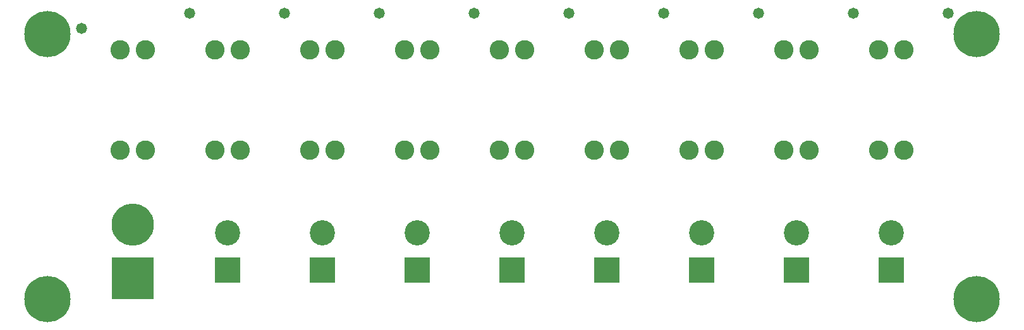
<source format=gbs>
G04*
G04 #@! TF.GenerationSoftware,Altium Limited,Altium Designer,21.8.1 (53)*
G04*
G04 Layer_Color=16711935*
%FSLAX44Y44*%
%MOMM*%
G71*
G04*
G04 #@! TF.SameCoordinates,F20226F6-1504-4F19-8167-BFA24F29C99C*
G04*
G04*
G04 #@! TF.FilePolarity,Negative*
G04*
G01*
G75*
%ADD21C,2.6032*%
%ADD22R,3.3782X3.3782*%
%ADD23C,3.3782*%
%ADD24C,5.6642*%
%ADD25R,5.6642X5.6642*%
%ADD26C,6.2032*%
%ADD27C,1.4732*%
D21*
X1071100Y384850D02*
D03*
X1037100D02*
D03*
X1071100Y250150D02*
D03*
X1037100D02*
D03*
X436100Y384850D02*
D03*
X402100D02*
D03*
X436100Y250150D02*
D03*
X402100D02*
D03*
X182100Y384850D02*
D03*
X148100D02*
D03*
X182100Y250150D02*
D03*
X148100D02*
D03*
X783100D02*
D03*
X817100D02*
D03*
X783100Y384850D02*
D03*
X817100D02*
D03*
X656100Y250150D02*
D03*
X690100D02*
D03*
X656100Y384850D02*
D03*
X690100D02*
D03*
X1164100Y250150D02*
D03*
X1198100D02*
D03*
X1164100Y384850D02*
D03*
X1198100D02*
D03*
X910100Y250150D02*
D03*
X944100D02*
D03*
X910100Y384850D02*
D03*
X944100D02*
D03*
X275100Y250150D02*
D03*
X309100D02*
D03*
X275100Y384850D02*
D03*
X309100D02*
D03*
X529100Y250150D02*
D03*
X563100D02*
D03*
X529100Y384850D02*
D03*
X563100D02*
D03*
D22*
X546100Y89300D02*
D03*
X927100D02*
D03*
X1181100D02*
D03*
X1054100D02*
D03*
X673100D02*
D03*
X800100D02*
D03*
X419100D02*
D03*
X292100D02*
D03*
D23*
X546100Y139300D02*
D03*
X927100D02*
D03*
X1181100D02*
D03*
X1054100D02*
D03*
X673100D02*
D03*
X800100D02*
D03*
X419100D02*
D03*
X292100D02*
D03*
D24*
X165100Y150300D02*
D03*
D25*
Y78300D02*
D03*
D26*
X50800Y50800D02*
D03*
Y406400D02*
D03*
X1295400D02*
D03*
Y50800D02*
D03*
D27*
X1257300Y434340D02*
D03*
X1130300D02*
D03*
X1003300D02*
D03*
X876300D02*
D03*
X749300D02*
D03*
X622300D02*
D03*
X495300D02*
D03*
X368300D02*
D03*
X241300D02*
D03*
X96520Y414020D02*
D03*
M02*

</source>
